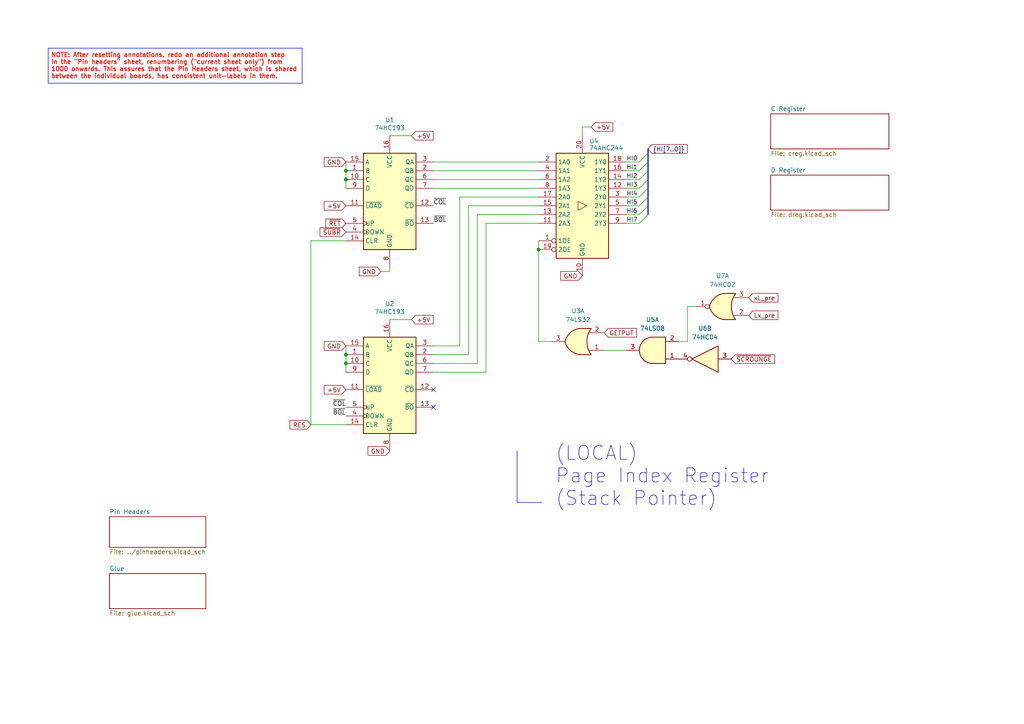
<source format=kicad_sch>
(kicad_sch (version 20231120) (generator "eeschema") (generator_version "8.0")
  (paper "A4")
  (title_block (title "Myth Microcontroller Project") (date "2024-09-21") (rev "1") (company "Picwok.com") (comment 1 "Project Contact: mim@ok-schalter.de (Michael)") (comment 2 "Author: Copyr. 2024 Michael Mangelsdorf/Dosflange@github") (comment 3 "Instruction Decoder Module") (comment 4 "Main Sheet"))
  (lib_symbols
    (symbol "74xx:74AHC244"
      (property "Reference" "U" (at -7.62 16.51 0))
      (property "Value" "74AHC244" (at -7.62 -16.51 0))
      (symbol "74AHC244_1_0"
        (polyline (pts (xy 1.27 0) (xy -1.27 1.27) (xy -1.27 -1.27) (xy 1.27 0)) (stroke (width 0.1524)))
        (pin input inverted (at -12.7 -10.16 0) (length 5.08) (name "1OE") (number "1"))
        (pin power_in line (at 0 -20.32 90) (length 5.08) (name "GND") (number "10"))
        (pin input line (at -12.7 -5.08 0) (length 5.08) (name "2A3") (number "11"))
        (pin tri_state line (at 12.7 5.08 180) (length 5.08) (name "1Y3") (number "12"))
        (pin input line (at -12.7 -2.54 0) (length 5.08) (name "2A2") (number "13"))
        (pin tri_state line (at 12.7 7.62 180) (length 5.08) (name "1Y2") (number "14"))
        (pin input line (at -12.7 0 0) (length 5.08) (name "2A1") (number "15"))
        (pin tri_state line (at 12.7 10.16 180) (length 5.08) (name "1Y1") (number "16"))
        (pin input line (at -12.7 2.54 0) (length 5.08) (name "2A0") (number "17"))
        (pin tri_state line (at 12.7 12.7 180) (length 5.08) (name "1Y0") (number "18"))
        (pin input inverted (at -12.7 -12.7 0) (length 5.08) (name "2OE") (number "19"))
        (pin input line (at -12.7 12.7 0) (length 5.08) (name "1A0") (number "2"))
        (pin power_in line (at 0 20.32 270) (length 5.08) (name "VCC") (number "20"))
        (pin tri_state line (at 12.7 2.54 180) (length 5.08) (name "2Y0") (number "3"))
        (pin input line (at -12.7 10.16 0) (length 5.08) (name "1A1") (number "4"))
        (pin tri_state line (at 12.7 0 180) (length 5.08) (name "2Y1") (number "5"))
        (pin input line (at -12.7 7.62 0) (length 5.08) (name "1A2") (number "6"))
        (pin tri_state line (at 12.7 -2.54 180) (length 5.08) (name "2Y2") (number "7"))
        (pin input line (at -12.7 5.08 0) (length 5.08) (name "1A3") (number "8"))
        (pin tri_state line (at 12.7 -5.08 180) (length 5.08) (name "2Y3") (number "9"))
      )
      (symbol "74AHC244_1_1"
        (rectangle (start -7.62 15.24) (end 7.62 -15.24) (stroke (width 0.254)) (fill (type background)))
      )
    )
    (symbol "74xx:74HC02" (pin_names (offset 1.016))
      (property "Reference" "U" (at 0 1.27 0))
      (property "Value" "74HC02" (at 0 -1.27 0))
      (symbol "74HC02_1_1"
        (arc (start -3.81 -3.81) (mid -2.589 0) (end -3.81 3.81) (stroke (width 0.254)))
        (arc (start -0.6096 -3.81) (mid 2.1842 -2.5851) (end 3.81 0) (stroke (width 0.254)) (fill (type background)))
        (polyline (pts (xy -3.81 -3.81) (xy -0.635 -3.81)) (stroke (width 0.254)) (fill (type background)))
        (polyline (pts (xy -3.81 3.81) (xy -0.635 3.81)) (stroke (width 0.254)) (fill (type background)))
        (polyline (pts (xy -0.635 3.81) (xy -3.81 3.81) (xy -3.81 3.81) (xy -3.556 3.4036) (xy -3.0226 2.2606) (xy -2.6924 1.0414) (xy -2.6162 -0.254) (xy -2.7686 -1.4986) (xy -3.175 -2.7178) (xy -3.81 -3.81) (xy -3.81 -3.81) (xy -0.635 -3.81)) (stroke (width -25.4)) (fill (type background)))
        (arc (start 3.81 0) (mid 2.1915 2.5936) (end -0.6096 3.81) (stroke (width 0.254)) (fill (type background)))
        (pin output inverted (at 7.62 0 180) (length 3.81) (name "~") (number "1"))
        (pin input line (at -7.62 2.54 0) (length 4.318) (name "~") (number "2"))
        (pin input line (at -7.62 -2.54 0) (length 4.318) (name "~") (number "3"))
      )
      (symbol "74HC02_1_2"
        (arc (start 0 -3.81) (mid 3.7934 0) (end 0 3.81) (stroke (width 0.254)) (fill (type background)))
        (polyline (pts (xy 0 3.81) (xy -3.81 3.81) (xy -3.81 -3.81) (xy 0 -3.81)) (stroke (width 0.254)) (fill (type background)))
        (pin output line (at 7.62 0 180) (length 3.81) (name "~") (number "1"))
        (pin input inverted (at -7.62 2.54 0) (length 3.81) (name "~") (number "2"))
        (pin input inverted (at -7.62 -2.54 0) (length 3.81) (name "~") (number "3"))
      )
      (symbol "74HC02_2_1"
        (arc (start -3.81 -3.81) (mid -2.589 0) (end -3.81 3.81) (stroke (width 0.254)))
        (arc (start -0.6096 -3.81) (mid 2.1842 -2.5851) (end 3.81 0) (stroke (width 0.254)) (fill (type background)))
        (polyline (pts (xy -3.81 -3.81) (xy -0.635 -3.81)) (stroke (width 0.254)) (fill (type background)))
        (polyline (pts (xy -3.81 3.81) (xy -0.635 3.81)) (stroke (width 0.254)) (fill (type background)))
        (polyline (pts (xy -0.635 3.81) (xy -3.81 3.81) (xy -3.81 3.81) (xy -3.556 3.4036) (xy -3.0226 2.2606) (xy -2.6924 1.0414) (xy -2.6162 -0.254) (xy -2.7686 -1.4986) (xy -3.175 -2.7178) (xy -3.81 -3.81) (xy -3.81 -3.81) (xy -0.635 -3.81)) (stroke (width -25.4)) (fill (type background)))
        (arc (start 3.81 0) (mid 2.1915 2.5936) (end -0.6096 3.81) (stroke (width 0.254)) (fill (type background)))
        (pin output inverted (at 7.62 0 180) (length 3.81) (name "~") (number "4"))
        (pin input line (at -7.62 2.54 0) (length 4.318) (name "~") (number "5"))
        (pin input line (at -7.62 -2.54 0) (length 4.318) (name "~") (number "6"))
      )
      (symbol "74HC02_2_2"
        (arc (start 0 -3.81) (mid 3.7934 0) (end 0 3.81) (stroke (width 0.254)) (fill (type background)))
        (polyline (pts (xy 0 3.81) (xy -3.81 3.81) (xy -3.81 -3.81) (xy 0 -3.81)) (stroke (width 0.254)) (fill (type background)))
        (pin output line (at 7.62 0 180) (length 3.81) (name "~") (number "4"))
        (pin input inverted (at -7.62 2.54 0) (length 3.81) (name "~") (number "5"))
        (pin input inverted (at -7.62 -2.54 0) (length 3.81) (name "~") (number "6"))
      )
      (symbol "74HC02_3_1"
        (arc (start -3.81 -3.81) (mid -2.589 0) (end -3.81 3.81) (stroke (width 0.254)))
        (arc (start -0.6096 -3.81) (mid 2.1842 -2.5851) (end 3.81 0) (stroke (width 0.254)) (fill (type background)))
        (polyline (pts (xy -3.81 -3.81) (xy -0.635 -3.81)) (stroke (width 0.254)) (fill (type background)))
        (polyline (pts (xy -3.81 3.81) (xy -0.635 3.81)) (stroke (width 0.254)) (fill (type background)))
        (polyline (pts (xy -0.635 3.81) (xy -3.81 3.81) (xy -3.81 3.81) (xy -3.556 3.4036) (xy -3.0226 2.2606) (xy -2.6924 1.0414) (xy -2.6162 -0.254) (xy -2.7686 -1.4986) (xy -3.175 -2.7178) (xy -3.81 -3.81) (xy -3.81 -3.81) (xy -0.635 -3.81)) (stroke (width -25.4)) (fill (type background)))
        (arc (start 3.81 0) (mid 2.1915 2.5936) (end -0.6096 3.81) (stroke (width 0.254)) (fill (type background)))
        (pin output inverted (at 7.62 0 180) (length 3.81) (name "~") (number "10"))
        (pin input line (at -7.62 2.54 0) (length 4.318) (name "~") (number "8"))
        (pin input line (at -7.62 -2.54 0) (length 4.318) (name "~") (number "9"))
      )
      (symbol "74HC02_3_2"
        (arc (start 0 -3.81) (mid 3.7934 0) (end 0 3.81) (stroke (width 0.254)) (fill (type background)))
        (polyline (pts (xy 0 3.81) (xy -3.81 3.81) (xy -3.81 -3.81) (xy 0 -3.81)) (stroke (width 0.254)) (fill (type background)))
        (pin output line (at 7.62 0 180) (length 3.81) (name "~") (number "10"))
        (pin input inverted (at -7.62 2.54 0) (length 3.81) (name "~") (number "8"))
        (pin input inverted (at -7.62 -2.54 0) (length 3.81) (name "~") (number "9"))
      )
      (symbol "74HC02_4_1"
        (arc (start -3.81 -3.81) (mid -2.589 0) (end -3.81 3.81) (stroke (width 0.254)))
        (arc (start -0.6096 -3.81) (mid 2.1842 -2.5851) (end 3.81 0) (stroke (width 0.254)) (fill (type background)))
        (polyline (pts (xy -3.81 -3.81) (xy -0.635 -3.81)) (stroke (width 0.254)) (fill (type background)))
        (polyline (pts (xy -3.81 3.81) (xy -0.635 3.81)) (stroke (width 0.254)) (fill (type background)))
        (polyline (pts (xy -0.635 3.81) (xy -3.81 3.81) (xy -3.81 3.81) (xy -3.556 3.4036) (xy -3.0226 2.2606) (xy -2.6924 1.0414) (xy -2.6162 -0.254) (xy -2.7686 -1.4986) (xy -3.175 -2.7178) (xy -3.81 -3.81) (xy -3.81 -3.81) (xy -0.635 -3.81)) (stroke (width -25.4)) (fill (type background)))
        (arc (start 3.81 0) (mid 2.1915 2.5936) (end -0.6096 3.81) (stroke (width 0.254)) (fill (type background)))
        (pin input line (at -7.62 2.54 0) (length 4.318) (name "~") (number "11"))
        (pin input line (at -7.62 -2.54 0) (length 4.318) (name "~") (number "12"))
        (pin output inverted (at 7.62 0 180) (length 3.81) (name "~") (number "13"))
      )
      (symbol "74HC02_4_2"
        (arc (start 0 -3.81) (mid 3.7934 0) (end 0 3.81) (stroke (width 0.254)) (fill (type background)))
        (polyline (pts (xy 0 3.81) (xy -3.81 3.81) (xy -3.81 -3.81) (xy 0 -3.81)) (stroke (width 0.254)) (fill (type background)))
        (pin input inverted (at -7.62 2.54 0) (length 3.81) (name "~") (number "11"))
        (pin input inverted (at -7.62 -2.54 0) (length 3.81) (name "~") (number "12"))
        (pin output line (at 7.62 0 180) (length 3.81) (name "~") (number "13"))
      )
      (symbol "74HC02_5_0"
        (pin power_in line (at 0 12.7 270) (length 5.08) (name "VCC") (number "14"))
        (pin power_in line (at 0 -12.7 90) (length 5.08) (name "GND") (number "7"))
      )
      (symbol "74HC02_5_1"
        (rectangle (start -5.08 7.62) (end 5.08 -7.62) (stroke (width 0.254)) (fill (type background)))
      )
    )
    (symbol "74xx:74HC04"
      (property "Reference" "U" (at 0 1.27 0))
      (property "Value" "74HC04" (at 0 -1.27 0))
      (symbol "74HC04_1_0"
        (polyline (pts (xy -3.81 3.81) (xy -3.81 -3.81) (xy 3.81 0) (xy -3.81 3.81)) (stroke (width 0.254)) (fill (type background)))
        (pin input line (at -7.62 0 0) (length 3.81) (name "~") (number "1"))
        (pin output inverted (at 7.62 0 180) (length 3.81) (name "~") (number "2"))
      )
      (symbol "74HC04_2_0"
        (polyline (pts (xy -3.81 3.81) (xy -3.81 -3.81) (xy 3.81 0) (xy -3.81 3.81)) (stroke (width 0.254)) (fill (type background)))
        (pin input line (at -7.62 0 0) (length 3.81) (name "~") (number "3"))
        (pin output inverted (at 7.62 0 180) (length 3.81) (name "~") (number "4"))
      )
      (symbol "74HC04_3_0"
        (polyline (pts (xy -3.81 3.81) (xy -3.81 -3.81) (xy 3.81 0) (xy -3.81 3.81)) (stroke (width 0.254)) (fill (type background)))
        (pin input line (at -7.62 0 0) (length 3.81) (name "~") (number "5"))
        (pin output inverted (at 7.62 0 180) (length 3.81) (name "~") (number "6"))
      )
      (symbol "74HC04_4_0"
        (polyline (pts (xy -3.81 3.81) (xy -3.81 -3.81) (xy 3.81 0) (xy -3.81 3.81)) (stroke (width 0.254)) (fill (type background)))
        (pin output inverted (at 7.62 0 180) (length 3.81) (name "~") (number "8"))
        (pin input line (at -7.62 0 0) (length 3.81) (name "~") (number "9"))
      )
      (symbol "74HC04_5_0"
        (polyline (pts (xy -3.81 3.81) (xy -3.81 -3.81) (xy 3.81 0) (xy -3.81 3.81)) (stroke (width 0.254)) (fill (type background)))
        (pin output inverted (at 7.62 0 180) (length 3.81) (name "~") (number "10"))
        (pin input line (at -7.62 0 0) (length 3.81) (name "~") (number "11"))
      )
      (symbol "74HC04_6_0"
        (polyline (pts (xy -3.81 3.81) (xy -3.81 -3.81) (xy 3.81 0) (xy -3.81 3.81)) (stroke (width 0.254)) (fill (type background)))
        (pin output inverted (at 7.62 0 180) (length 3.81) (name "~") (number "12"))
        (pin input line (at -7.62 0 0) (length 3.81) (name "~") (number "13"))
      )
      (symbol "74HC04_7_0"
        (pin power_in line (at 0 12.7 270) (length 5.08) (name "VCC") (number "14"))
        (pin power_in line (at 0 -12.7 90) (length 5.08) (name "GND") (number "7"))
      )
      (symbol "74HC04_7_1"
        (rectangle (start -5.08 7.62) (end 5.08 -7.62) (stroke (width 0.254)) (fill (type background)))
      )
    )
    (symbol "74xx:74LS08" (pin_names (offset 1.016))
      (property "Reference" "U" (at 0 1.27 0))
      (property "Value" "74LS08" (at 0 -1.27 0))
      (symbol "74LS08_1_1"
        (arc (start 0 -3.81) (mid 3.7934 0) (end 0 3.81) (stroke (width 0.254)) (fill (type background)))
        (polyline (pts (xy 0 3.81) (xy -3.81 3.81) (xy -3.81 -3.81) (xy 0 -3.81)) (stroke (width 0.254)) (fill (type background)))
        (pin input line (at -7.62 2.54 0) (length 3.81) (name "~") (number "1"))
        (pin input line (at -7.62 -2.54 0) (length 3.81) (name "~") (number "2"))
        (pin output line (at 7.62 0 180) (length 3.81) (name "~") (number "3"))
      )
      (symbol "74LS08_1_2"
        (arc (start -3.81 -3.81) (mid -2.589 0) (end -3.81 3.81) (stroke (width 0.254)))
        (arc (start -0.6096 -3.81) (mid 2.1842 -2.5851) (end 3.81 0) (stroke (width 0.254)) (fill (type background)))
        (polyline (pts (xy -3.81 -3.81) (xy -0.635 -3.81)) (stroke (width 0.254)) (fill (type background)))
        (polyline (pts (xy -3.81 3.81) (xy -0.635 3.81)) (stroke (width 0.254)) (fill (type background)))
        (polyline (pts (xy -0.635 3.81) (xy -3.81 3.81) (xy -3.81 3.81) (xy -3.556 3.4036) (xy -3.0226 2.2606) (xy -2.6924 1.0414) (xy -2.6162 -0.254) (xy -2.7686 -1.4986) (xy -3.175 -2.7178) (xy -3.81 -3.81) (xy -3.81 -3.81) (xy -0.635 -3.81)) (stroke (width -25.4)) (fill (type background)))
        (arc (start 3.81 0) (mid 2.1915 2.5936) (end -0.6096 3.81) (stroke (width 0.254)) (fill (type background)))
        (pin input inverted (at -7.62 2.54 0) (length 4.318) (name "~") (number "1"))
        (pin input inverted (at -7.62 -2.54 0) (length 4.318) (name "~") (number "2"))
        (pin output inverted (at 7.62 0 180) (length 3.81) (name "~") (number "3"))
      )
      (symbol "74LS08_2_1"
        (arc (start 0 -3.81) (mid 3.7934 0) (end 0 3.81) (stroke (width 0.254)) (fill (type background)))
        (polyline (pts (xy 0 3.81) (xy -3.81 3.81) (xy -3.81 -3.81) (xy 0 -3.81)) (stroke (width 0.254)) (fill (type background)))
        (pin input line (at -7.62 2.54 0) (length 3.81) (name "~") (number "4"))
        (pin input line (at -7.62 -2.54 0) (length 3.81) (name "~") (number "5"))
        (pin output line (at 7.62 0 180) (length 3.81) (name "~") (number "6"))
      )
      (symbol "74LS08_2_2"
        (arc (start -3.81 -3.81) (mid -2.589 0) (end -3.81 3.81) (stroke (width 0.254)))
        (arc (start -0.6096 -3.81) (mid 2.1842 -2.5851) (end 3.81 0) (stroke (width 0.254)) (fill (type background)))
        (polyline (pts (xy -3.81 -3.81) (xy -0.635 -3.81)) (stroke (width 0.254)) (fill (type background)))
        (polyline (pts (xy -3.81 3.81) (xy -0.635 3.81)) (stroke (width 0.254)) (fill (type background)))
        (polyline (pts (xy -0.635 3.81) (xy -3.81 3.81) (xy -3.81 3.81) (xy -3.556 3.4036) (xy -3.0226 2.2606) (xy -2.6924 1.0414) (xy -2.6162 -0.254) (xy -2.7686 -1.4986) (xy -3.175 -2.7178) (xy -3.81 -3.81) (xy -3.81 -3.81) (xy -0.635 -3.81)) (stroke (width -25.4)) (fill (type background)))
        (arc (start 3.81 0) (mid 2.1915 2.5936) (end -0.6096 3.81) (stroke (width 0.254)) (fill (type background)))
        (pin input inverted (at -7.62 2.54 0) (length 4.318) (name "~") (number "4"))
        (pin input inverted (at -7.62 -2.54 0) (length 4.318) (name "~") (number "5"))
        (pin output inverted (at 7.62 0 180) (length 3.81) (name "~") (number "6"))
      )
      (symbol "74LS08_3_1"
        (arc (start 0 -3.81) (mid 3.7934 0) (end 0 3.81) (stroke (width 0.254)) (fill (type background)))
        (polyline (pts (xy 0 3.81) (xy -3.81 3.81) (xy -3.81 -3.81) (xy 0 -3.81)) (stroke (width 0.254)) (fill (type background)))
        (pin input line (at -7.62 -2.54 0) (length 3.81) (name "~") (number "10"))
        (pin output line (at 7.62 0 180) (length 3.81) (name "~") (number "8"))
        (pin input line (at -7.62 2.54 0) (length 3.81) (name "~") (number "9"))
      )
      (symbol "74LS08_3_2"
        (arc (start -3.81 -3.81) (mid -2.589 0) (end -3.81 3.81) (stroke (width 0.254)))
        (arc (start -0.6096 -3.81) (mid 2.1842 -2.5851) (end 3.81 0) (stroke (width 0.254)) (fill (type background)))
        (polyline (pts (xy -3.81 -3.81) (xy -0.635 -3.81)) (stroke (width 0.254)) (fill (type background)))
        (polyline (pts (xy -3.81 3.81) (xy -0.635 3.81)) (stroke (width 0.254)) (fill (type background)))
        (polyline (pts (xy -0.635 3.81) (xy -3.81 3.81) (xy -3.81 3.81) (xy -3.556 3.4036) (xy -3.0226 2.2606) (xy -2.6924 1.0414) (xy -2.6162 -0.254) (xy -2.7686 -1.4986) (xy -3.175 -2.7178) (xy -3.81 -3.81) (xy -3.81 -3.81) (xy -0.635 -3.81)) (stroke (width -25.4)) (fill (type background)))
        (arc (start 3.81 0) (mid 2.1915 2.5936) (end -0.6096 3.81) (stroke (width 0.254)) (fill (type background)))
        (pin input inverted (at -7.62 -2.54 0) (length 4.318) (name "~") (number "10"))
        (pin output inverted (at 7.62 0 180) (length 3.81) (name "~") (number "8"))
        (pin input inverted (at -7.62 2.54 0) (length 4.318) (name "~") (number "9"))
      )
      (symbol "74LS08_4_1"
        (arc (start 0 -3.81) (mid 3.7934 0) (end 0 3.81) (stroke (width 0.254)) (fill (type background)))
        (polyline (pts (xy 0 3.81) (xy -3.81 3.81) (xy -3.81 -3.81) (xy 0 -3.81)) (stroke (width 0.254)) (fill (type background)))
        (pin output line (at 7.62 0 180) (length 3.81) (name "~") (number "11"))
        (pin input line (at -7.62 2.54 0) (length 3.81) (name "~") (number "12"))
        (pin input line (at -7.62 -2.54 0) (length 3.81) (name "~") (number "13"))
      )
      (symbol "74LS08_4_2"
        (arc (start -3.81 -3.81) (mid -2.589 0) (end -3.81 3.81) (stroke (width 0.254)))
        (arc (start -0.6096 -3.81) (mid 2.1842 -2.5851) (end 3.81 0) (stroke (width 0.254)) (fill (type background)))
        (polyline (pts (xy -3.81 -3.81) (xy -0.635 -3.81)) (stroke (width 0.254)) (fill (type background)))
        (polyline (pts (xy -3.81 3.81) (xy -0.635 3.81)) (stroke (width 0.254)) (fill (type background)))
        (polyline (pts (xy -0.635 3.81) (xy -3.81 3.81) (xy -3.81 3.81) (xy -3.556 3.4036) (xy -3.0226 2.2606) (xy -2.6924 1.0414) (xy -2.6162 -0.254) (xy -2.7686 -1.4986) (xy -3.175 -2.7178) (xy -3.81 -3.81) (xy -3.81 -3.81) (xy -0.635 -3.81)) (stroke (width -25.4)) (fill (type background)))
        (arc (start 3.81 0) (mid 2.1915 2.5936) (end -0.6096 3.81) (stroke (width 0.254)) (fill (type background)))
        (pin output inverted (at 7.62 0 180) (length 3.81) (name "~") (number "11"))
        (pin input inverted (at -7.62 2.54 0) (length 4.318) (name "~") (number "12"))
        (pin input inverted (at -7.62 -2.54 0) (length 4.318) (name "~") (number "13"))
      )
      (symbol "74LS08_5_0"
        (pin power_in line (at 0 12.7 270) (length 5.08) (name "VCC") (number "14"))
        (pin power_in line (at 0 -12.7 90) (length 5.08) (name "GND") (number "7"))
      )
      (symbol "74LS08_5_1"
        (rectangle (start -5.08 7.62) (end 5.08 -7.62) (stroke (width 0.254)) (fill (type background)))
      )
    )
    (symbol "74xx:74LS193"
      (property "Reference" "U" (at -7.62 13.97 0))
      (property "Value" "74LS193" (at 5.08 13.97 0))
      (symbol "74LS193_1_0"
        (pin input line (at -12.7 7.62 0) (length 5.08) (name "B") (number "1"))
        (pin input line (at -12.7 5.08 0) (length 5.08) (name "C") (number "10"))
        (pin input line (at -12.7 -2.54 0) (length 5.08) (name "~{LOAD}") (number "11"))
        (pin output line (at 12.7 -2.54 180) (length 5.08) (name "~{CO}") (number "12"))
        (pin output line (at 12.7 -7.62 180) (length 5.08) (name "~{BO}") (number "13"))
        (pin input line (at -12.7 -12.7 0) (length 5.08) (name "CLR") (number "14"))
        (pin input line (at -12.7 10.16 0) (length 5.08) (name "A") (number "15"))
        (pin power_in line (at 0 17.78 270) (length 5.08) (name "VCC") (number "16"))
        (pin output line (at 12.7 7.62 180) (length 5.08) (name "QB") (number "2"))
        (pin output line (at 12.7 10.16 180) (length 5.08) (name "QA") (number "3"))
        (pin input clock (at -12.7 -10.16 0) (length 5.08) (name "DOWN") (number "4"))
        (pin input clock (at -12.7 -7.62 0) (length 5.08) (name "UP") (number "5"))
        (pin output line (at 12.7 5.08 180) (length 5.08) (name "QC") (number "6"))
        (pin output line (at 12.7 2.54 180) (length 5.08) (name "QD") (number "7"))
        (pin power_in line (at 0 -20.32 90) (length 5.08) (name "GND") (number "8"))
        (pin input line (at -12.7 2.54 0) (length 5.08) (name "D") (number "9"))
      )
      (symbol "74LS193_1_1"
        (rectangle (start -7.62 12.7) (end 7.62 -15.24) (stroke (width 0.254)) (fill (type background)))
      )
    )
    (symbol "74xx:74LS32" (pin_names (offset 1.016))
      (property "Reference" "U" (at 0 1.27 0))
      (property "Value" "74LS32" (at 0 -1.27 0))
      (symbol "74LS32_1_1"
        (arc (start -3.81 -3.81) (mid -2.589 0) (end -3.81 3.81) (stroke (width 0.254)))
        (arc (start -0.6096 -3.81) (mid 2.1842 -2.5851) (end 3.81 0) (stroke (width 0.254)) (fill (type background)))
        (polyline (pts (xy -3.81 -3.81) (xy -0.635 -3.81)) (stroke (width 0.254)) (fill (type background)))
        (polyline (pts (xy -3.81 3.81) (xy -0.635 3.81)) (stroke (width 0.254)) (fill (type background)))
        (polyline (pts (xy -0.635 3.81) (xy -3.81 3.81) (xy -3.81 3.81) (xy -3.556 3.4036) (xy -3.0226 2.2606) (xy -2.6924 1.0414) (xy -2.6162 -0.254) (xy -2.7686 -1.4986) (xy -3.175 -2.7178) (xy -3.81 -3.81) (xy -3.81 -3.81) (xy -0.635 -3.81)) (stroke (width -25.4)) (fill (type background)))
        (arc (start 3.81 0) (mid 2.1915 2.5936) (end -0.6096 3.81) (stroke (width 0.254)) (fill (type background)))
        (pin input line (at -7.62 2.54 0) (length 4.318) (name "~") (number "1"))
        (pin input line (at -7.62 -2.54 0) (length 4.318) (name "~") (number "2"))
        (pin output line (at 7.62 0 180) (length 3.81) (name "~") (number "3"))
      )
      (symbol "74LS32_1_2"
        (arc (start 0 -3.81) (mid 3.7934 0) (end 0 3.81) (stroke (width 0.254)) (fill (type background)))
        (polyline (pts (xy 0 3.81) (xy -3.81 3.81) (xy -3.81 -3.81) (xy 0 -3.81)) (stroke (width 0.254)) (fill (type background)))
        (pin input inverted (at -7.62 2.54 0) (length 3.81) (name "~") (number "1"))
        (pin input inverted (at -7.62 -2.54 0) (length 3.81) (name "~") (number "2"))
        (pin output inverted (at 7.62 0 180) (length 3.81) (name "~") (number "3"))
      )
      (symbol "74LS32_2_1"
        (arc (start -3.81 -3.81) (mid -2.589 0) (end -3.81 3.81) (stroke (width 0.254)))
        (arc (start -0.6096 -3.81) (mid 2.1842 -2.5851) (end 3.81 0) (stroke (width 0.254)) (fill (type background)))
        (polyline (pts (xy -3.81 -3.81) (xy -0.635 -3.81)) (stroke (width 0.254)) (fill (type background)))
        (polyline (pts (xy -3.81 3.81) (xy -0.635 3.81)) (stroke (width 0.254)) (fill (type background)))
        (polyline (pts (xy -0.635 3.81) (xy -3.81 3.81) (xy -3.81 3.81) (xy -3.556 3.4036) (xy -3.0226 2.2606) (xy -2.6924 1.0414) (xy -2.6162 -0.254) (xy -2.7686 -1.4986) (xy -3.175 -2.7178) (xy -3.81 -3.81) (xy -3.81 -3.81) (xy -0.635 -3.81)) (stroke (width -25.4)) (fill (type background)))
        (arc (start 3.81 0) (mid 2.1915 2.5936) (end -0.6096 3.81) (stroke (width 0.254)) (fill (type background)))
        (pin input line (at -7.62 2.54 0) (length 4.318) (name "~") (number "4"))
        (pin input line (at -7.62 -2.54 0) (length 4.318) (name "~") (number "5"))
        (pin output line (at 7.62 0 180) (length 3.81) (name "~") (number "6"))
      )
      (symbol "74LS32_2_2"
        (arc (start 0 -3.81) (mid 3.7934 0) (end 0 3.81) (stroke (width 0.254)) (fill (type background)))
        (polyline (pts (xy 0 3.81) (xy -3.81 3.81) (xy -3.81 -3.81) (xy 0 -3.81)) (stroke (width 0.254)) (fill (type background)))
        (pin input inverted (at -7.62 2.54 0) (length 3.81) (name "~") (number "4"))
        (pin input inverted (at -7.62 -2.54 0) (length 3.81) (name "~") (number "5"))
        (pin output inverted (at 7.62 0 180) (length 3.81) (name "~") (number "6"))
      )
      (symbol "74LS32_3_1"
        (arc (start -3.81 -3.81) (mid -2.589 0) (end -3.81 3.81) (stroke (width 0.254)))
        (arc (start -0.6096 -3.81) (mid 2.1842 -2.5851) (end 3.81 0) (stroke (width 0.254)) (fill (type background)))
        (polyline (pts (xy -3.81 -3.81) (xy -0.635 -3.81)) (stroke (width 0.254)) (fill (type background)))
        (polyline (pts (xy -3.81 3.81) (xy -0.635 3.81)) (stroke (width 0.254)) (fill (type background)))
        (polyline (pts (xy -0.635 3.81) (xy -3.81 3.81) (xy -3.81 3.81) (xy -3.556 3.4036) (xy -3.0226 2.2606) (xy -2.6924 1.0414) (xy -2.6162 -0.254) (xy -2.7686 -1.4986) (xy -3.175 -2.7178) (xy -3.81 -3.81) (xy -3.81 -3.81) (xy -0.635 -3.81)) (stroke (width -25.4)) (fill (type background)))
        (arc (start 3.81 0) (mid 2.1915 2.5936) (end -0.6096 3.81) (stroke (width 0.254)) (fill (type background)))
        (pin input line (at -7.62 -2.54 0) (length 4.318) (name "~") (number "10"))
        (pin output line (at 7.62 0 180) (length 3.81) (name "~") (number "8"))
        (pin input line (at -7.62 2.54 0) (length 4.318) (name "~") (number "9"))
      )
      (symbol "74LS32_3_2"
        (arc (start 0 -3.81) (mid 3.7934 0) (end 0 3.81) (stroke (width 0.254)) (fill (type background)))
        (polyline (pts (xy 0 3.81) (xy -3.81 3.81) (xy -3.81 -3.81) (xy 0 -3.81)) (stroke (width 0.254)) (fill (type background)))
        (pin input inverted (at -7.62 -2.54 0) (length 3.81) (name "~") (number "10"))
        (pin output inverted (at 7.62 0 180) (length 3.81) (name "~") (number "8"))
        (pin input inverted (at -7.62 2.54 0) (length 3.81) (name "~") (number "9"))
      )
      (symbol "74LS32_4_1"
        (arc (start -3.81 -3.81) (mid -2.589 0) (end -3.81 3.81) (stroke (width 0.254)))
        (arc (start -0.6096 -3.81) (mid 2.1842 -2.5851) (end 3.81 0) (stroke (width 0.254)) (fill (type background)))
        (polyline (pts (xy -3.81 -3.81) (xy -0.635 -3.81)) (stroke (width 0.254)) (fill (type background)))
        (polyline (pts (xy -3.81 3.81) (xy -0.635 3.81)) (stroke (width 0.254)) (fill (type background)))
        (polyline (pts (xy -0.635 3.81) (xy -3.81 3.81) (xy -3.81 3.81) (xy -3.556 3.4036) (xy -3.0226 2.2606) (xy -2.6924 1.0414) (xy -2.6162 -0.254) (xy -2.7686 -1.4986) (xy -3.175 -2.7178) (xy -3.81 -3.81) (xy -3.81 -3.81) (xy -0.635 -3.81)) (stroke (width -25.4)) (fill (type background)))
        (arc (start 3.81 0) (mid 2.1915 2.5936) (end -0.6096 3.81) (stroke (width 0.254)) (fill (type background)))
        (pin output line (at 7.62 0 180) (length 3.81) (name "~") (number "11"))
        (pin input line (at -7.62 2.54 0) (length 4.318) (name "~") (number "12"))
        (pin input line (at -7.62 -2.54 0) (length 4.318) (name "~") (number "13"))
      )
      (symbol "74LS32_4_2"
        (arc (start 0 -3.81) (mid 3.7934 0) (end 0 3.81) (stroke (width 0.254)) (fill (type background)))
        (polyline (pts (xy 0 3.81) (xy -3.81 3.81) (xy -3.81 -3.81) (xy 0 -3.81)) (stroke (width 0.254)) (fill (type background)))
        (pin output inverted (at 7.62 0 180) (length 3.81) (name "~") (number "11"))
        (pin input inverted (at -7.62 2.54 0) (length 3.81) (name "~") (number "12"))
        (pin input inverted (at -7.62 -2.54 0) (length 3.81) (name "~") (number "13"))
      )
      (symbol "74LS32_5_0"
        (pin power_in line (at 0 12.7 270) (length 5.08) (name "VCC") (number "14"))
        (pin power_in line (at 0 -12.7 90) (length 5.08) (name "GND") (number "7"))
      )
      (symbol "74LS32_5_1"
        (rectangle (start -5.08 7.62) (end 5.08 -7.62) (stroke (width 0.254)) (fill (type background)))
      )
    )
  )
  (junction (at 156.21 72.39))
  (junction (at 100.33 49.53))
  (junction (at 100.33 105.41))
  (junction (at 100.33 102.87))
  (junction (at 100.33 52.07))
  (no_connect (at 125.73 113.03))
  (no_connect (at 125.73 118.11))
  (bus_entry (at 187.96 57.15) (size -2.54 2.54))
  (bus_entry (at 187.96 44.45) (size -2.54 2.54))
  (bus_entry (at 187.96 46.99) (size -2.54 2.54))
  (bus_entry (at 187.96 49.53) (size -2.54 2.54))
  (bus_entry (at 187.96 59.69) (size -2.54 2.54))
  (bus_entry (at 187.96 54.61) (size -2.54 2.54))
  (bus_entry (at 187.96 62.23) (size -2.54 2.54))
  (bus_entry (at 187.96 52.07) (size -2.54 2.54))
  (wire (pts (xy 185.42 64.77) (xy 181.61 64.77)))
  (wire (pts (xy 100.33 49.53) (xy 100.33 52.07)))
  (wire (pts (xy 185.42 62.23) (xy 181.61 62.23)))
  (wire (pts (xy 100.33 46.99) (xy 100.33 49.53)))
  (wire (pts (xy 138.43 62.23) (xy 138.43 105.41)))
  (polyline (pts (xy 13.97 13.97) (xy 13.97 24.13)))
  (polyline (pts (xy 80.645 24.13) (xy 87.63 24.13)))
  (wire (pts (xy 156.21 69.85) (xy 156.21 72.39)))
  (wire (pts (xy 125.73 107.95) (xy 140.97 107.95)))
  (wire (pts (xy 125.73 100.33) (xy 133.35 100.33)))
  (wire (pts (xy 125.73 54.61) (xy 156.21 54.61)))
  (bus (pts (xy 187.96 59.69) (xy 187.96 57.15)))
  (wire (pts (xy 100.33 100.33) (xy 100.33 102.87)))
  (wire (pts (xy 185.42 57.15) (xy 181.61 57.15)))
  (bus (pts (xy 187.96 62.23) (xy 187.96 59.69)))
  (wire (pts (xy 199.39 88.9) (xy 199.39 99.06)))
  (bus (pts (xy 187.96 46.99) (xy 187.96 44.45)))
  (polyline (pts (xy 87.63 13.97) (xy 87.63 24.13)))
  (wire (pts (xy 125.73 49.53) (xy 156.21 49.53)))
  (wire (pts (xy 185.42 52.07) (xy 181.61 52.07)))
  (bus (pts (xy 187.96 57.15) (xy 187.96 54.61)))
  (bus (pts (xy 187.96 52.07) (xy 187.96 49.53)))
  (wire (pts (xy 140.97 64.77) (xy 156.21 64.77)))
  (bus (pts (xy 187.96 54.61) (xy 187.96 52.07)))
  (wire (pts (xy 135.89 102.87) (xy 135.89 59.69)))
  (wire (pts (xy 90.17 69.85) (xy 100.33 69.85)))
  (wire (pts (xy 125.73 102.87) (xy 135.89 102.87)))
  (wire (pts (xy 125.73 46.99) (xy 156.21 46.99)))
  (wire (pts (xy 125.73 105.41) (xy 138.43 105.41)))
  (wire (pts (xy 113.03 77.47) (xy 113.03 78.74)))
  (wire (pts (xy 156.21 99.06) (xy 156.21 72.39)))
  (polyline (pts (xy 80.645 13.97) (xy 86.995 13.97)))
  (wire (pts (xy 133.35 57.15) (xy 156.21 57.15)))
  (wire (pts (xy 168.91 36.83) (xy 168.91 39.37)))
  (bus (pts (xy 187.96 49.53) (xy 187.96 46.99)))
  (polyline (pts (xy 86.995 13.97) (xy 87.63 13.97)))
  (wire (pts (xy 175.26 101.6) (xy 181.61 101.6)))
  (wire (pts (xy 138.43 62.23) (xy 156.21 62.23)))
  (bus (pts (xy 187.96 44.45) (xy 187.96 43.18)))
  (wire (pts (xy 100.33 123.19) (xy 90.17 123.19)))
  (wire (pts (xy 125.73 52.07) (xy 156.21 52.07)))
  (wire (pts (xy 185.42 54.61) (xy 181.61 54.61)))
  (wire (pts (xy 113.03 92.71) (xy 119.38 92.71)))
  (wire (pts (xy 133.35 100.33) (xy 133.35 57.15)))
  (wire (pts (xy 100.33 105.41) (xy 100.33 107.95)))
  (wire (pts (xy 185.42 59.69) (xy 181.61 59.69)))
  (wire (pts (xy 113.03 39.37) (xy 119.38 39.37)))
  (wire (pts (xy 100.33 102.87) (xy 100.33 105.41)))
  (wire (pts (xy 196.85 99.06) (xy 199.39 99.06)))
  (wire (pts (xy 199.39 88.9) (xy 201.93 88.9)))
  (wire (pts (xy 90.17 69.85) (xy 90.17 123.19)))
  (wire (pts (xy 160.02 99.06) (xy 156.21 99.06)))
  (wire (pts (xy 185.42 49.53) (xy 181.61 49.53)))
  (wire (pts (xy 185.42 46.99) (xy 181.61 46.99)))
  (wire (pts (xy 100.33 52.07) (xy 100.33 54.61)))
  (wire (pts (xy 135.89 59.69) (xy 156.21 59.69)))
  (wire (pts (xy 110.49 78.74) (xy 113.03 78.74)))
  (polyline (pts (xy 13.97 24.13) (xy 80.645 24.13)))
  (wire (pts (xy 168.91 36.83) (xy 171.45 36.83)))
  (wire (pts (xy 140.97 107.95) (xy 140.97 64.77)))
  (polyline (pts (xy 13.97 13.97) (xy 80.645 13.97)))
  (text "L" (at 146.304 147.828 0) (effects (font (size 15 15)) (justify left bottom)))
  (text "NOTE: After resetting annotations, redo an additional annotation step\nin the \"Pin headers\" sheet, renumbering (\"current sheet only\") from\n1000 onwards. This assures that the Pin Headers sheet, which is shared\nbetween the individual boards, has consistent unit-labels in them." (at 14.732 22.987 0) (effects (font (size 1.27 1.27) (thickness 0.254) (bold yes)) (justify left bottom)))
  (text "(LOCAL)\nPage Index Register\n(Stack Pointer)" (at 161.036 147.066 0) (effects (font (size 4.064 4.064)) (justify left bottom)))
  (label "~{COL}" (at 125.73 59.69 0))
  (label "HI0" (at 181.61 46.99 0))
  (label "~{BOL}" (at 100.33 120.65 180))
  (label "~{COL}" (at 100.33 118.11 180))
  (label "HI4" (at 181.61 57.15 0))
  (label "HI3" (at 181.61 54.61 0))
  (label "HI6" (at 181.61 62.23 0))
  (label "HI2" (at 181.61 52.07 0))
  (label "~{BOL}" (at 125.73 64.77 0))
  (label "HI5" (at 181.61 59.69 0))
  (label "HI1" (at 181.61 49.53 0))
  (label "HI7" (at 181.61 64.77 0))
  (global_label "GND" (shape input) (at 100.33 100.33 180) (property "Intersheetrefs" "${INTERSHEET_REFS}" (effects (hide yes))))
  (global_label "GND" (shape input) (at 100.33 46.99 180) (property "Intersheetrefs" "${INTERSHEET_REFS}" (effects (hide yes))))
  (global_label "+5V" (shape input) (at 100.33 59.69 180) (property "Intersheetrefs" "${INTERSHEET_REFS}" (effects (hide yes))))
  (global_label "GND" (shape input) (at 168.91 80.01 180) (property "Intersheetrefs" "${INTERSHEET_REFS}" (effects (hide yes))))
  (global_label "GND" (shape input) (at 110.49 78.74 180) (property "Intersheetrefs" "${INTERSHEET_REFS}" (effects (hide yes))))
  (global_label "{HI[7..0]}" (shape input) (at 187.96 43.18 0) (property "Intersheetrefs" "${INTERSHEET_REFS}" (effects (hide yes))))
  (global_label "GND" (shape input) (at 113.03 130.81 180) (property "Intersheetrefs" "${INTERSHEET_REFS}" (effects (hide yes))))
  (global_label "RES" (shape input) (at 90.17 123.19 180) (property "Intersheetrefs" "${INTERSHEET_REFS}" (effects (hide yes))))
  (global_label "~{SCROUNGE}" (shape input) (at 212.09 104.14 0) (property "Intersheetrefs" "${INTERSHEET_REFS}" (effects (hide yes))))
  (global_label "+5V" (shape input) (at 100.33 113.03 180) (property "Intersheetrefs" "${INTERSHEET_REFS}" (effects (hide yes))))
  (global_label "xL_pre" (shape input) (at 217.17 86.36 0) (property "Intersheetrefs" "${INTERSHEET_REFS}" (effects (hide yes))))
  (global_label "Lx_pre" (shape input) (at 217.17 91.44 0) (property "Intersheetrefs" "${INTERSHEET_REFS}" (effects (hide yes))))
  (global_label "~{RET}" (shape input) (at 100.33 64.77 180) (property "Intersheetrefs" "${INTERSHEET_REFS}" (effects (hide yes))))
  (global_label "~{SUBR}" (shape input) (at 100.33 67.31 180) (property "Intersheetrefs" "${INTERSHEET_REFS}" (effects (hide yes))))
  (global_label "+5V" (shape input) (at 119.38 39.37 0) (property "Intersheetrefs" "${INTERSHEET_REFS}" (effects (hide yes))))
  (global_label "+5V" (shape input) (at 171.45 36.83 0) (property "Intersheetrefs" "${INTERSHEET_REFS}" (effects (hide yes))))
  (global_label "GETPUT" (shape input) (at 175.26 96.52 0) (property "Intersheetrefs" "${INTERSHEET_REFS}" (effects (hide yes))))
  (global_label "+5V" (shape input) (at 119.38 92.71 0) (property "Intersheetrefs" "${INTERSHEET_REFS}" (effects (hide yes))))
  (symbol (lib_id "74xx:74LS08") (at 189.23 101.6 180) (unit 1)
    (property "Reference" "U5" (at 189.2383 92.71 0))
    (property "Value" "74LS08" (at 189.2383 95.25 0))
    (property "Datasheet" "http://www.ti.com/lit/gpn/sn74LS08" (effects (hide yes)))
    (property "Description" "Quad And2" (effects (hide yes)))
  )
  (symbol (lib_id "74xx:74LS32") (at 167.64 99.06 180) (unit 1)
    (property "Reference" "U3" (at 167.64 90.17 0))
    (property "Value" "74LS32" (at 167.64 92.71 0))
    (property "Datasheet" "http://www.ti.com/lit/gpn/sn74LS32" (effects (hide yes)))
    (property "Description" "Quad 2-input OR" (effects (hide yes)))
  )
  (symbol (lib_id "74xx:74AHC244") (at 168.91 59.69 0) (unit 1)
    (property "Reference" "U4" (at 170.8659 40.87 0) (effects (justify left)))
    (property "Value" "74AHC244" (at 170.8659 42.918 0) (effects (justify left)))
    (property "Footprint" "Package_DIP:DIP-20_W7.62mm_Socket_LongPads" (effects (hide yes)))
    (property "Datasheet" "https://assets.nexperia.com/documents/data-sheet/74AHC_AHCT244.pdf" (effects (hide yes)))
  )
  (symbol (lib_id "74xx:74LS193") (at 113.03 110.49 0) (unit 1)
    (property "Reference" "U2" (at 113.03 88.1126 0))
    (property "Value" "74HC193" (at 113.03 90.424 0))
    (property "Footprint" "Package_DIP:DIP-16_W7.62mm_Socket_LongPads" (effects (hide yes)))
    (property "Datasheet" "http://www.ti.com/lit/ds/symlink/sn74ls193.pdf" (effects (hide yes)))
  )
  (symbol (lib_id "74xx:74LS193") (at 113.03 57.15 0) (unit 1)
    (property "Reference" "U1" (at 113.03 34.7726 0))
    (property "Value" "74HC193" (at 113.03 37.084 0))
    (property "Footprint" "Package_DIP:DIP-16_W7.62mm_Socket_LongPads" (effects (hide yes)))
    (property "Datasheet" "https://assets.nexperia.com/documents/data-sheet/74AHC_AHCT04.pdf" (effects (hide yes)))
  )
  (symbol (lib_id "74xx:74HC02") (at 209.55 88.9 180) (unit 1)
    (property "Reference" "U7" (at 209.55 80.01 0))
    (property "Value" "74HC02" (at 209.55 82.55 0))
    (property "Datasheet" "http://www.ti.com/lit/gpn/sn74hc02" (effects (hide yes)))
    (property "Description" "quad 2-input NOR gate" (effects (hide yes)))
  )
  (symbol (lib_id "74xx:74HC04") (at 204.47 104.14 180) (unit 2)
    (property "Reference" "U6" (at 204.47 95.25 0))
    (property "Value" "74HC04" (at 204.47 97.79 0))
    (property "Datasheet" "https://assets.nexperia.com/documents/data-sheet/74HC_HCT04.pdf" (effects (hide yes)))
    (property "Description" "Hex Inverter" (effects (hide yes)))
  )
  (sheet (at 31.75 149.86) (size 27.94 8.89) (stroke (width 0.1524))
    (property "Sheetname" "Pin Headers" (at 31.75 149.1484 0) (effects (justify left bottom)))
    (property "Sheetfile" "../pinheaders.kicad_sch" (at 31.75 159.3346 0) (effects (justify left top)))
  )
  (sheet (at 223.52 50.8) (size 34.29 10.16) (stroke (width 0.1524))
    (property "Sheetname" "D Register" (at 223.52 50.0884 0) (effects (justify left bottom)))
    (property "Sheetfile" "dreg.kicad_sch" (at 223.52 61.5446 0) (effects (justify left top)))
  )
  (sheet (at 223.52 33.02) (size 34.29 10.16) (stroke (width 0.1524))
    (property "Sheetname" "C Register" (at 223.52 32.3084 0) (effects (justify left bottom)))
    (property "Sheetfile" "creg.kicad_sch" (at 223.52 43.7646 0) (effects (justify left top)))
  )
  (sheet (at 31.75 166.37) (size 27.94 10.16) (stroke (width 0.1524))
    (property "Sheetname" "Glue" (at 31.75 165.6584 0) (effects (justify left bottom)))
    (property "Sheetfile" "glue.kicad_sch" (at 31.75 177.1146 0) (effects (justify left top)))
  )
)
</source>
